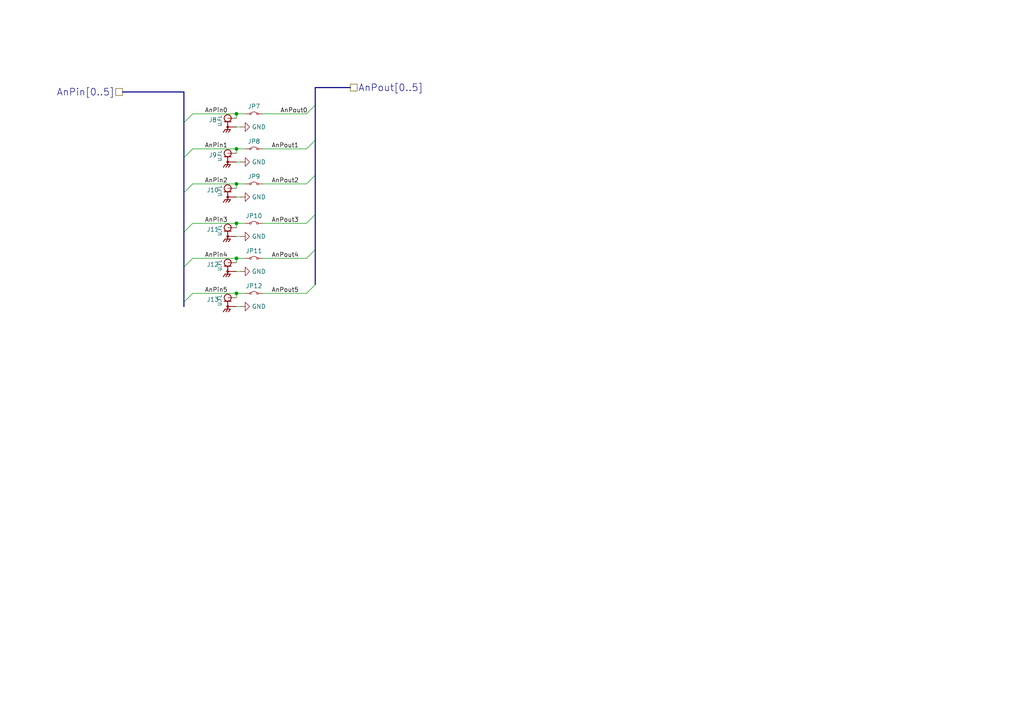
<source format=kicad_sch>
(kicad_sch (version 20231120) (generator "eeschema") (generator_version "8.0")
  (paper "A4")
  (lib_symbols
    (symbol "Jumper:Jumper_2_Small_Bridged" (pin_numbers hide) (pin_names (offset 0) hide) (exclude_from_sim yes)
      (property "Reference" "JP" (at 0 2.032 0))
      (property "Value" "Jumper_2_Small_Bridged" (at 0 -2.286 0))
      (symbol "Jumper_2_Small_Bridged_0_0"
        (circle (center -1.016 0) (radius 0.254))
        (circle (center 1.016 0) (radius 0.254))
      )
      (symbol "Jumper_2_Small_Bridged_0_1"
        (arc (start 0.762 0.254) (mid 0 0.5696) (end -0.762 0.254))
      )
      (symbol "Jumper_2_Small_Bridged_1_1"
        (pin passive line (at -2.54 0 0) (length 1.27) (name "A") (number "1"))
        (pin passive line (at 2.54 0 180) (length 1.27) (name "B") (number "2"))
      )
    )
    (symbol "power:GND" (power) (pin_numbers hide) (pin_names (offset 0) hide)
      (property "Value" "GND" (at 0 -3.81 0))
      (symbol "GND_0_1"
        (polyline (pts (xy 0 0) (xy 0 -1.27) (xy 1.27 -1.27) (xy 0 -2.54) (xy -1.27 -1.27) (xy 0 -1.27)))
      )
      (symbol "GND_1_1"
        (pin power_in line (at 0 0 270) (length 0) (name "~") (number "1"))
      )
    )
    (symbol "psysnapeda:RSP-122811-01" (pin_numbers hide) (pin_names (offset 1.016) hide)
      (property "Reference" "J" (at -2.032 3.556 0))
      (property "Value" "RSP-122811-01" (at -4.064 -4.318 0))
      (symbol "RSP-122811-01_0_0"
        (polyline (pts (xy -1.016 1.524) (xy 0 1.524)) (stroke (width 0.254)))
        (polyline (pts (xy -0.762 -0.762) (xy -1.27 -1.524)) (stroke (width 0.254)))
        (polyline (pts (xy 0 -0.762) (xy -0.762 -0.762)) (stroke (width 0.254)))
        (polyline (pts (xy 0 -0.762) (xy -0.508 -1.524)) (stroke (width 0.254)))
        (polyline (pts (xy 0 -0.762) (xy 0.762 -0.762)) (stroke (width 0.254)))
        (polyline (pts (xy 0 0) (xy 0 -0.762)) (stroke (width 0.254)))
        (polyline (pts (xy 0 1.524) (xy 0 0)) (stroke (width 0.254)))
        (polyline (pts (xy 0 1.524) (xy 1.016 1.524)) (stroke (width 0.254)))
        (polyline (pts (xy 0.762 -0.762) (xy 0.254 -1.524)) (stroke (width 0.254)))
        (circle (center 0 0) (radius 0.254) (stroke (width 0.254)))
        (circle (center 0 2.54) (radius 1.016) (stroke (width 0.254)))
        (pin passive line (at 2.54 0 180) (length 2.54) (name "~") (number "G2"))
      )
      (symbol "RSP-122811-01_1_0"
        (pin passive line (at 2.54 2.54 180) (length 2.54) (name "~") (number "1"))
        (pin passive line (at 2.54 0 180) (length 2.54) (name "~") (number "G1"))
      )
    )
  )
  (junction (at 68.58 64.77))
  (junction (at 68.58 85.09))
  (junction (at 68.58 53.34))
  (junction (at 68.58 33.02))
  (junction (at 68.58 74.93))
  (junction (at 68.58 43.18))
  (bus_entry (at 91.44 62.23) (size -2.54 2.54))
  (bus_entry (at 91.44 72.39) (size -2.54 2.54))
  (bus_entry (at 53.34 67.31) (size 2.54 -2.54))
  (bus_entry (at 91.44 40.64) (size -2.54 2.54))
  (bus_entry (at 53.34 45.72) (size 2.54 -2.54))
  (bus_entry (at 91.44 50.8) (size -2.54 2.54))
  (bus_entry (at 91.44 82.55) (size -2.54 2.54))
  (bus_entry (at 53.34 35.56) (size 2.54 -2.54))
  (bus_entry (at 53.34 77.47) (size 2.54 -2.54))
  (bus_entry (at 91.44 30.48) (size -2.54 2.54))
  (bus_entry (at 53.34 55.88) (size 2.54 -2.54))
  (bus_entry (at 53.34 87.63) (size 2.54 -2.54))
  (wire (pts (xy 55.88 74.93) (xy 68.58 74.93)))
  (bus (pts (xy 91.44 25.4) (xy 91.44 30.48)))
  (wire (pts (xy 76.2 33.02) (xy 88.9 33.02)))
  (wire (pts (xy 55.88 53.34) (xy 68.58 53.34)))
  (bus (pts (xy 91.44 25.4) (xy 101.6 25.4)))
  (wire (pts (xy 68.58 33.02) (xy 68.58 34.29)))
  (wire (pts (xy 88.9 43.18) (xy 76.2 43.18)))
  (bus (pts (xy 91.44 72.39) (xy 91.44 62.23)))
  (bus (pts (xy 53.34 26.67) (xy 53.34 35.56)))
  (wire (pts (xy 88.9 64.77) (xy 76.2 64.77)))
  (wire (pts (xy 68.58 88.9) (xy 69.85 88.9)))
  (wire (pts (xy 68.58 64.77) (xy 71.12 64.77)))
  (wire (pts (xy 55.88 85.09) (xy 68.58 85.09)))
  (wire (pts (xy 88.9 74.93) (xy 76.2 74.93)))
  (wire (pts (xy 55.88 64.77) (xy 68.58 64.77)))
  (wire (pts (xy 68.58 53.34) (xy 71.12 53.34)))
  (wire (pts (xy 68.58 74.93) (xy 68.58 76.2)))
  (wire (pts (xy 68.58 78.74) (xy 69.85 78.74)))
  (bus (pts (xy 53.34 35.56) (xy 53.34 45.72)))
  (wire (pts (xy 68.58 43.18) (xy 71.12 43.18)))
  (bus (pts (xy 91.44 50.8) (xy 91.44 40.64)))
  (bus (pts (xy 35.56 26.67) (xy 53.34 26.67)))
  (wire (pts (xy 88.9 53.34) (xy 76.2 53.34)))
  (wire (pts (xy 88.9 85.09) (xy 76.2 85.09)))
  (wire (pts (xy 68.58 57.15) (xy 69.85 57.15)))
  (wire (pts (xy 68.58 64.77) (xy 68.58 66.04)))
  (bus (pts (xy 91.44 40.64) (xy 91.44 30.48)))
  (bus (pts (xy 91.44 62.23) (xy 91.44 50.8)))
  (wire (pts (xy 68.58 46.99) (xy 69.85 46.99)))
  (wire (pts (xy 68.58 36.83) (xy 69.85 36.83)))
  (wire (pts (xy 68.58 53.34) (xy 68.58 54.61)))
  (bus (pts (xy 53.34 55.88) (xy 53.34 67.31)))
  (wire (pts (xy 68.58 85.09) (xy 71.12 85.09)))
  (bus (pts (xy 53.34 87.63) (xy 53.34 88.9)))
  (bus (pts (xy 91.44 82.55) (xy 91.44 72.39)))
  (wire (pts (xy 55.88 43.18) (xy 68.58 43.18)))
  (wire (pts (xy 68.58 74.93) (xy 71.12 74.93)))
  (bus (pts (xy 53.34 77.47) (xy 53.34 87.63)))
  (bus (pts (xy 53.34 67.31) (xy 53.34 77.47)))
  (wire (pts (xy 68.58 33.02) (xy 71.12 33.02)))
  (wire (pts (xy 68.58 68.58) (xy 69.85 68.58)))
  (wire (pts (xy 55.88 33.02) (xy 68.58 33.02)))
  (bus (pts (xy 53.34 45.72) (xy 53.34 55.88)))
  (wire (pts (xy 68.58 43.18) (xy 68.58 44.45)))
  (wire (pts (xy 68.58 85.09) (xy 68.58 86.36)))
  (label "AnPout5" (at 78.74 85.09 0))
  (label "AnPin5" (at 66.04 85.09 180))
  (label "AnPin2" (at 66.04 53.34 180))
  (label "AnPout2" (at 78.74 53.34 0))
  (label "AnPin1" (at 66.04 43.18 180))
  (label "AnPin3" (at 66.04 64.77 180))
  (label "AnPout3" (at 78.74 64.77 0))
  (label "AnPin4" (at 66.04 74.93 180))
  (label "AnPin0" (at 66.04 33.02 180))
  (label "AnPout4" (at 78.74 74.93 0))
  (label "AnPout0" (at 81.28 33.02 0))
  (label "AnPout1" (at 78.74 43.18 0))
  (hierarchical_label "AnPout[0..5]" (shape passive) (at 101.6 25.4 0) (effects (font (size 2 2))))
  (hierarchical_label "AnPin[0..5]" (shape passive) (at 35.56 26.67 180) (effects (font (size 2 2))))
  (symbol (lib_id "power:GND") (at 69.85 36.83 90) (unit 1)
    (property "Reference" "#PWR068" (effects (hide yes)))
    (property "Value" "GND" (at 73.025 36.83 90) (effects (justify right)))
    (property "Description" "Power symbol creates a global label with name \"GND\" , ground" (effects (hide yes)))
    (instances (project "breakout-tt06-qfn" (path "" (reference "#PWR068") (unit 1)) (path "" (reference "#PWR062") (unit 1))))
  )
  (symbol (lib_id "Jumper:Jumper_2_Small_Bridged") (at 73.66 74.93 0) (unit 1) (exclude_from_sim yes) (in_bom no)
    (property "Reference" "JP11" (at 73.66 72.7673 0))
    (property "Value" "Jumper_2_Small_Bridged" (effects (hide yes)))
    (property "Footprint" "Jumper:SolderJumper-2_P1.3mm_Bridged_RoundedPad1.0x1.5mm" (effects (hide yes)))
    (property "Description" "Jumper, 2-pole, small symbol, bridged" (effects (hide yes)))
    (instances (project "breakout-tt06-qfn" (path "" (reference "JP11") (unit 1)) (path "" (reference "JP5") (unit 1))))
  )
  (symbol (lib_id "power:GND") (at 69.85 78.74 90) (unit 1)
    (property "Reference" "#PWR072" (effects (hide yes)))
    (property "Value" "GND" (at 73.025 78.74 90) (effects (justify right)))
    (property "Description" "Power symbol creates a global label with name \"GND\" , ground" (effects (hide yes)))
    (instances (project "breakout-tt06-qfn" (path "" (reference "#PWR072") (unit 1)) (path "" (reference "#PWR066") (unit 1))))
  )
  (symbol (lib_id "power:GND") (at 69.85 68.58 90) (unit 1)
    (property "Reference" "#PWR071" (effects (hide yes)))
    (property "Value" "GND" (at 73.025 68.58 90) (effects (justify right)))
    (property "Description" "Power symbol creates a global label with name \"GND\" , ground" (effects (hide yes)))
    (instances (project "breakout-tt06-qfn" (path "" (reference "#PWR071") (unit 1)) (path "" (reference "#PWR065") (unit 1))))
  )
  (symbol (lib_id "psysnapeda:RSP-122811-01") (at 66.04 68.58 0) (unit 1)
    (property "Reference" "J11" (at 61.722 66.548 0))
    (property "Value" "U.FL" (at 63.754 66.802 90) (effects (font (size 1 1))))
    (property "Footprint" "psysnapeda:SAMTEC_RSP-122811-01" (effects (hide yes)))
    (property "Datasheet" "https://mm.digikey.com/Volume0/opasdata/d220001/medias/docus/6210/rsp-122811-01-mkt.pdf" (effects (hide yes)))
    (property "Description" "U.FL (UMCC), IPEX MHFI Connector Receptacle, Male Pin 50 Ohms Surface Mount Solder" (effects (hide yes)))
    (property "MPN" "RSP-122811-01" (effects (hide yes)))
    (property "MPN_ALT" "U.FL-R-SMT-1(80)" (effects (hide yes)))
    (property "LCSC" "C88374" (effects (hide yes)))
    (property "DigikeyPN" "612-RSP-122811-01CT-ND" (effects (hide yes)))
    (instances (project "breakout-tt06-qfn" (path "" (reference "J11") (unit 1)) (path "" (reference "J5") (unit 1))))
  )
  (symbol (lib_id "Jumper:Jumper_2_Small_Bridged") (at 73.66 53.34 0) (unit 1) (exclude_from_sim yes) (in_bom no)
    (property "Reference" "JP9" (at 73.66 51.1773 0))
    (property "Value" "Jumper_2_Small_Bridged" (effects (hide yes)))
    (property "Footprint" "Jumper:SolderJumper-2_P1.3mm_Bridged_RoundedPad1.0x1.5mm" (effects (hide yes)))
    (property "Description" "Jumper, 2-pole, small symbol, bridged" (effects (hide yes)))
    (instances (project "breakout-tt06-qfn" (path "" (reference "JP9") (unit 1)) (path "" (reference "JP3") (unit 1))))
  )
  (symbol (lib_id "Jumper:Jumper_2_Small_Bridged") (at 73.66 33.02 0) (unit 1) (exclude_from_sim yes) (in_bom no)
    (property "Reference" "JP7" (at 73.66 30.8573 0))
    (property "Value" "Jumper_2_Small_Bridged" (effects (hide yes)))
    (property "Footprint" "Jumper:SolderJumper-2_P1.3mm_Bridged_RoundedPad1.0x1.5mm" (effects (hide yes)))
    (property "Description" "Jumper, 2-pole, small symbol, bridged" (effects (hide yes)))
    (instances (project "breakout-tt06-qfn" (path "" (reference "JP7") (unit 1)) (path "" (reference "JP1") (unit 1))))
  )
  (symbol (lib_id "psysnapeda:RSP-122811-01") (at 66.04 88.9 0) (unit 1)
    (property "Reference" "J13" (at 61.722 86.868 0))
    (property "Value" "U.FL" (at 63.754 87.122 90) (effects (font (size 1 1))))
    (property "Footprint" "psysnapeda:SAMTEC_RSP-122811-01" (effects (hide yes)))
    (property "Datasheet" "https://mm.digikey.com/Volume0/opasdata/d220001/medias/docus/6210/rsp-122811-01-mkt.pdf" (effects (hide yes)))
    (property "Description" "U.FL (UMCC), IPEX MHFI Connector Receptacle, Male Pin 50 Ohms Surface Mount Solder" (effects (hide yes)))
    (property "MPN" "RSP-122811-01" (effects (hide yes)))
    (property "MPN_ALT" "U.FL-R-SMT-1(80)" (effects (hide yes)))
    (property "LCSC" "C88374" (effects (hide yes)))
    (property "DigikeyPN" "612-RSP-122811-01CT-ND" (effects (hide yes)))
    (instances (project "breakout-tt06-qfn" (path "" (reference "J13") (unit 1)) (path "" (reference "J7") (unit 1))))
  )
  (symbol (lib_id "psysnapeda:RSP-122811-01") (at 66.04 46.99 0) (unit 1)
    (property "Reference" "J9" (at 61.722 44.958 0))
    (property "Value" "U.FL" (at 63.754 45.212 90) (effects (font (size 1 1))))
    (property "Footprint" "psysnapeda:SAMTEC_RSP-122811-01" (effects (hide yes)))
    (property "Datasheet" "https://mm.digikey.com/Volume0/opasdata/d220001/medias/docus/6210/rsp-122811-01-mkt.pdf" (effects (hide yes)))
    (property "Description" "U.FL (UMCC), IPEX MHFI Connector Receptacle, Male Pin 50 Ohms Surface Mount Solder" (effects (hide yes)))
    (property "MPN" "RSP-122811-01" (effects (hide yes)))
    (property "MPN_ALT" "U.FL-R-SMT-1(80)" (effects (hide yes)))
    (property "LCSC" "C88374" (effects (hide yes)))
    (property "DigikeyPN" "612-RSP-122811-01CT-ND" (effects (hide yes)))
    (instances (project "breakout-tt06-qfn" (path "" (reference "J9") (unit 1)) (path "" (reference "J3") (unit 1))))
  )
  (symbol (lib_id "power:GND") (at 69.85 57.15 90) (unit 1)
    (property "Reference" "#PWR070" (effects (hide yes)))
    (property "Value" "GND" (at 73.025 57.15 90) (effects (justify right)))
    (property "Description" "Power symbol creates a global label with name \"GND\" , ground" (effects (hide yes)))
    (instances (project "breakout-tt06-qfn" (path "" (reference "#PWR070") (unit 1)) (path "" (reference "#PWR064") (unit 1))))
  )
  (symbol (lib_id "Jumper:Jumper_2_Small_Bridged") (at 73.66 85.09 0) (unit 1) (exclude_from_sim yes) (in_bom no)
    (property "Reference" "JP12" (at 73.66 82.9273 0))
    (property "Value" "Jumper_2_Small_Bridged" (effects (hide yes)))
    (property "Footprint" "Jumper:SolderJumper-2_P1.3mm_Bridged_RoundedPad1.0x1.5mm" (effects (hide yes)))
    (property "Description" "Jumper, 2-pole, small symbol, bridged" (effects (hide yes)))
    (instances (project "breakout-tt06-qfn" (path "" (reference "JP12") (unit 1)) (path "" (reference "JP6") (unit 1))))
  )
  (symbol (lib_id "Jumper:Jumper_2_Small_Bridged") (at 73.66 43.18 0) (unit 1) (exclude_from_sim yes) (in_bom no)
    (property "Reference" "JP8" (at 73.66 41.0173 0))
    (property "Value" "Jumper_2_Small_Bridged" (effects (hide yes)))
    (property "Footprint" "Jumper:SolderJumper-2_P1.3mm_Bridged_RoundedPad1.0x1.5mm" (effects (hide yes)))
    (property "Description" "Jumper, 2-pole, small symbol, bridged" (effects (hide yes)))
    (instances (project "breakout-tt06-qfn" (path "" (reference "JP8") (unit 1)) (path "" (reference "JP2") (unit 1))))
  )
  (symbol (lib_id "power:GND") (at 69.85 88.9 90) (unit 1)
    (property "Reference" "#PWR073" (effects (hide yes)))
    (property "Value" "GND" (at 73.025 88.9 90) (effects (justify right)))
    (property "Description" "Power symbol creates a global label with name \"GND\" , ground" (effects (hide yes)))
    (instances (project "breakout-tt06-qfn" (path "" (reference "#PWR073") (unit 1)) (path "" (reference "#PWR067") (unit 1))))
  )
  (symbol (lib_id "Jumper:Jumper_2_Small_Bridged") (at 73.66 64.77 0) (unit 1) (exclude_from_sim yes) (in_bom no)
    (property "Reference" "JP10" (at 73.66 62.6073 0))
    (property "Value" "Jumper_2_Small_Bridged" (effects (hide yes)))
    (property "Footprint" "Jumper:SolderJumper-2_P1.3mm_Bridged_RoundedPad1.0x1.5mm" (effects (hide yes)))
    (property "Description" "Jumper, 2-pole, small symbol, bridged" (effects (hide yes)))
    (instances (project "breakout-tt06-qfn" (path "" (reference "JP10") (unit 1)) (path "" (reference "JP4") (unit 1))))
  )
  (symbol (lib_id "power:GND") (at 69.85 46.99 90) (unit 1)
    (property "Reference" "#PWR069" (effects (hide yes)))
    (property "Value" "GND" (at 73.025 46.99 90) (effects (justify right)))
    (property "Description" "Power symbol creates a global label with name \"GND\" , ground" (effects (hide yes)))
    (instances (project "breakout-tt06-qfn" (path "" (reference "#PWR069") (unit 1)) (path "" (reference "#PWR063") (unit 1))))
  )
  (symbol (lib_id "psysnapeda:RSP-122811-01") (at 66.04 78.74 0) (unit 1)
    (property "Reference" "J12" (at 61.722 76.708 0))
    (property "Value" "U.FL" (at 63.754 76.962 90) (effects (font (size 1 1))))
    (property "Footprint" "psysnapeda:SAMTEC_RSP-122811-01" (effects (hide yes)))
    (property "Datasheet" "https://mm.digikey.com/Volume0/opasdata/d220001/medias/docus/6210/rsp-122811-01-mkt.pdf" (effects (hide yes)))
    (property "Description" "U.FL (UMCC), IPEX MHFI Connector Receptacle, Male Pin 50 Ohms Surface Mount Solder" (effects (hide yes)))
    (property "MPN" "RSP-122811-01" (effects (hide yes)))
    (property "MPN_ALT" "U.FL-R-SMT-1(80)" (effects (hide yes)))
    (property "LCSC" "C88374" (effects (hide yes)))
    (property "DigikeyPN" "612-RSP-122811-01CT-ND" (effects (hide yes)))
    (instances (project "breakout-tt06-qfn" (path "" (reference "J12") (unit 1)) (path "" (reference "J6") (unit 1))))
  )
  (symbol (lib_id "psysnapeda:RSP-122811-01") (at 66.04 57.15 0) (unit 1)
    (property "Reference" "J10" (at 61.722 55.118 0))
    (property "Value" "U.FL" (at 63.754 55.372 90) (effects (font (size 1 1))))
    (property "Footprint" "psysnapeda:SAMTEC_RSP-122811-01" (effects (hide yes)))
    (property "Datasheet" "https://mm.digikey.com/Volume0/opasdata/d220001/medias/docus/6210/rsp-122811-01-mkt.pdf" (effects (hide yes)))
    (property "Description" "U.FL (UMCC), IPEX MHFI Connector Receptacle, Male Pin 50 Ohms Surface Mount Solder" (effects (hide yes)))
    (property "MPN" "RSP-122811-01" (effects (hide yes)))
    (property "MPN_ALT" "U.FL-R-SMT-1(80)" (effects (hide yes)))
    (property "LCSC" "C88374" (effects (hide yes)))
    (property "DigikeyPN" "612-RSP-122811-01CT-ND" (effects (hide yes)))
    (instances (project "breakout-tt06-qfn" (path "" (reference "J10") (unit 1)) (path "" (reference "J4") (unit 1))))
  )
  (symbol (lib_id "psysnapeda:RSP-122811-01") (at 66.04 36.83 0) (unit 1)
    (property "Reference" "J8" (at 61.722 34.798 0))
    (property "Value" "U.FL" (at 63.754 35.052 90) (effects (font (size 1 1))))
    (property "Footprint" "psysnapeda:SAMTEC_RSP-122811-01" (effects (hide yes)))
    (property "Datasheet" "https://mm.digikey.com/Volume0/opasdata/d220001/medias/docus/6210/rsp-122811-01-mkt.pdf" (effects (hide yes)))
    (property "Description" "U.FL (UMCC), IPEX MHFI Connector Receptacle, Male Pin 50 Ohms Surface Mount Solder" (effects (hide yes)))
    (property "MPN" "RSP-122811-01" (effects (hide yes)))
    (property "MPN_ALT" "U.FL-R-SMT-1(80)" (effects (hide yes)))
    (property "LCSC" "C88374" (effects (hide yes)))
    (property "DigikeyPN" "612-RSP-122811-01CT-ND" (effects (hide yes)))
    (instances (project "breakout-tt06-qfn" (path "" (reference "J8") (unit 1)) (path "" (reference "J2") (unit 1))))
  )
)
</source>
